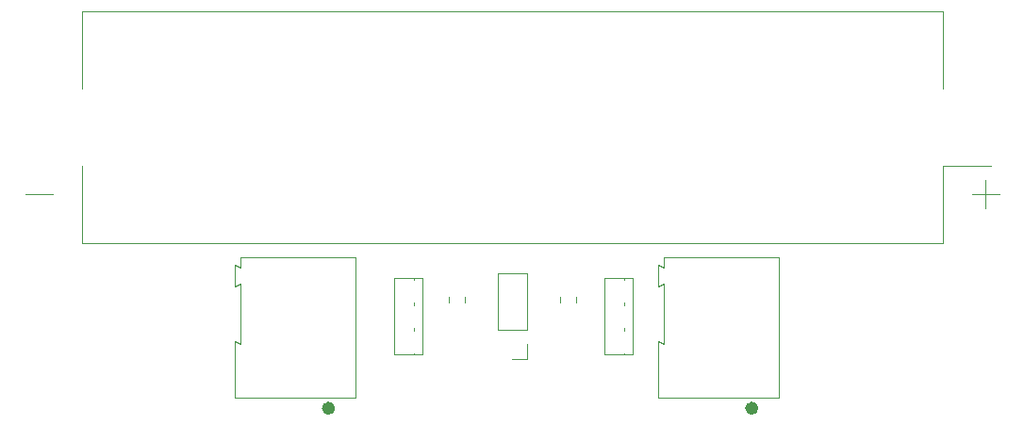
<source format=gbr>
%TF.GenerationSoftware,KiCad,Pcbnew,7.0.7*%
%TF.CreationDate,2023-11-29T00:46:18-05:00*%
%TF.ProjectId,charge_deployment,63686172-6765-45f6-9465-706c6f796d65,rev?*%
%TF.SameCoordinates,Original*%
%TF.FileFunction,Legend,Top*%
%TF.FilePolarity,Positive*%
%FSLAX46Y46*%
G04 Gerber Fmt 4.6, Leading zero omitted, Abs format (unit mm)*
G04 Created by KiCad (PCBNEW 7.0.7) date 2023-11-29 00:46:18*
%MOMM*%
%LPD*%
G01*
G04 APERTURE LIST*
%ADD10C,0.600000*%
%ADD11C,0.120000*%
G04 APERTURE END LIST*
D10*
X164300000Y-106250000D02*
G75*
G03*
X164300000Y-106250000I-300000J0D01*
G01*
X126300000Y-106250000D02*
G75*
G03*
X126300000Y-106250000I-300000J0D01*
G01*
D11*
%TO.C,Q1*%
X153270000Y-94590000D02*
X150730000Y-94590000D01*
X153270000Y-94590000D02*
X153270000Y-101410000D01*
X152531000Y-94590000D02*
X152531000Y-94701000D01*
X150730000Y-94590000D02*
X150730000Y-101410000D01*
X152531000Y-96719000D02*
X152531000Y-96992000D01*
X152531000Y-99009000D02*
X152531000Y-99282000D01*
X152531000Y-101299000D02*
X152531000Y-101410000D01*
X153270000Y-101410000D02*
X150730000Y-101410000D01*
%TO.C,J2*%
X166415000Y-105300000D02*
X166415000Y-92700000D01*
X166415000Y-92700000D02*
X156065000Y-92700000D01*
X156065000Y-100500000D02*
X155565000Y-100200000D01*
X156065000Y-95100000D02*
X156065000Y-100500000D01*
X156065000Y-93650000D02*
X155565000Y-93400000D01*
X156065000Y-92700000D02*
X156065000Y-93650000D01*
X155565000Y-105300000D02*
X166415000Y-105300000D01*
X155565000Y-100200000D02*
X155565000Y-105300000D01*
X155565000Y-95350000D02*
X156065000Y-95100000D01*
X155565000Y-95300000D02*
X155565000Y-95350000D01*
X155565000Y-93400000D02*
X155565000Y-95300000D01*
%TO.C,BT1*%
X186250000Y-87000000D02*
X183750000Y-87000000D01*
X185000000Y-85750000D02*
X185000000Y-88250000D01*
X181140000Y-91440000D02*
X181140000Y-84440000D01*
X181140000Y-84440000D02*
X185500000Y-84440000D01*
X181140000Y-70560000D02*
X181140000Y-77560000D01*
X103860000Y-91440000D02*
X181140000Y-91440000D01*
X103860000Y-84440000D02*
X103860000Y-91420000D01*
X103860000Y-77560000D02*
X103860000Y-70560000D01*
X103860000Y-70560000D02*
X181140000Y-70560000D01*
X98750000Y-87000000D02*
X101250000Y-87000000D01*
%TO.C,Q2*%
X134390000Y-94590000D02*
X131850000Y-94590000D01*
X134390000Y-94590000D02*
X134390000Y-101410000D01*
X133651000Y-94590000D02*
X133651000Y-94701000D01*
X131850000Y-94590000D02*
X131850000Y-101410000D01*
X133651000Y-96719000D02*
X133651000Y-96992000D01*
X133651000Y-99009000D02*
X133651000Y-99282000D01*
X133651000Y-101299000D02*
X133651000Y-101410000D01*
X134390000Y-101410000D02*
X131850000Y-101410000D01*
%TO.C,R2*%
X148235000Y-96272936D02*
X148235000Y-96727064D01*
X146765000Y-96272936D02*
X146765000Y-96727064D01*
%TO.C,R1*%
X138235000Y-96272936D02*
X138235000Y-96727064D01*
X136765000Y-96272936D02*
X136765000Y-96727064D01*
%TO.C,J3*%
X128415000Y-105300000D02*
X128415000Y-92700000D01*
X128415000Y-92700000D02*
X118065000Y-92700000D01*
X118065000Y-100500000D02*
X117565000Y-100200000D01*
X118065000Y-95100000D02*
X118065000Y-100500000D01*
X118065000Y-93650000D02*
X117565000Y-93400000D01*
X118065000Y-92700000D02*
X118065000Y-93650000D01*
X117565000Y-105300000D02*
X128415000Y-105300000D01*
X117565000Y-100200000D02*
X117565000Y-105300000D01*
X117565000Y-95350000D02*
X118065000Y-95100000D01*
X117565000Y-95300000D02*
X117565000Y-95350000D01*
X117565000Y-93400000D02*
X117565000Y-95300000D01*
%TO.C,J1*%
X143830000Y-101830000D02*
X142500000Y-101830000D01*
X143830000Y-100500000D02*
X143830000Y-101830000D01*
X143830000Y-99230000D02*
X143830000Y-94090000D01*
X143830000Y-99230000D02*
X141170000Y-99230000D01*
X143830000Y-94090000D02*
X141170000Y-94090000D01*
X141170000Y-99230000D02*
X141170000Y-94090000D01*
%TD*%
M02*

</source>
